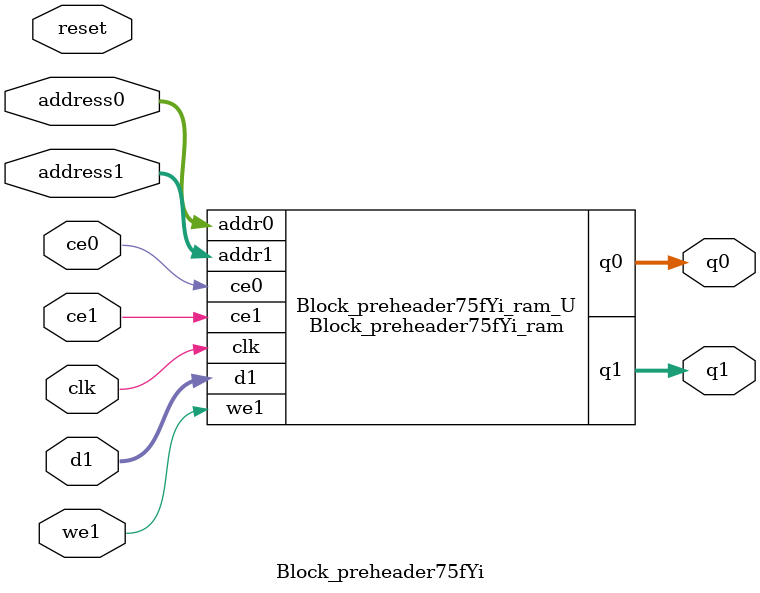
<source format=v>
`timescale 1 ns / 1 ps
module Block_preheader75fYi_ram (addr0, ce0, q0, addr1, ce1, d1, we1, q1,  clk);

parameter DWIDTH = 8;
parameter AWIDTH = 4;
parameter MEM_SIZE = 9;

input[AWIDTH-1:0] addr0;
input ce0;
output reg[DWIDTH-1:0] q0;
input[AWIDTH-1:0] addr1;
input ce1;
input[DWIDTH-1:0] d1;
input we1;
output reg[DWIDTH-1:0] q1;
input clk;

(* ram_style = "distributed" *)reg [DWIDTH-1:0] ram[0:MEM_SIZE-1];




always @(posedge clk)  
begin 
    if (ce0) begin
        q0 <= ram[addr0];
    end
end


always @(posedge clk)  
begin 
    if (ce1) begin
        if (we1) 
            ram[addr1] <= d1; 
        q1 <= ram[addr1];
    end
end


endmodule

`timescale 1 ns / 1 ps
module Block_preheader75fYi(
    reset,
    clk,
    address0,
    ce0,
    q0,
    address1,
    ce1,
    we1,
    d1,
    q1);

parameter DataWidth = 32'd8;
parameter AddressRange = 32'd9;
parameter AddressWidth = 32'd4;
input reset;
input clk;
input[AddressWidth - 1:0] address0;
input ce0;
output[DataWidth - 1:0] q0;
input[AddressWidth - 1:0] address1;
input ce1;
input we1;
input[DataWidth - 1:0] d1;
output[DataWidth - 1:0] q1;



Block_preheader75fYi_ram Block_preheader75fYi_ram_U(
    .clk( clk ),
    .addr0( address0 ),
    .ce0( ce0 ),
    .q0( q0 ),
    .addr1( address1 ),
    .ce1( ce1 ),
    .we1( we1 ),
    .d1( d1 ),
    .q1( q1 ));

endmodule


</source>
